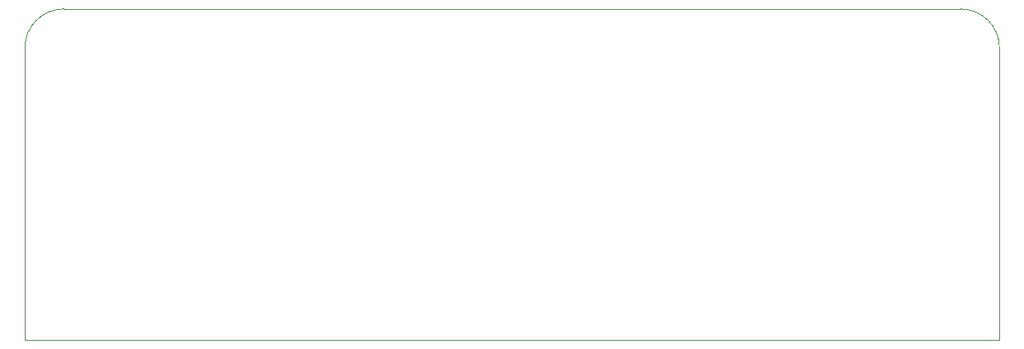
<source format=gm1>
G04 #@! TF.GenerationSoftware,KiCad,Pcbnew,(5.1.5)-3*
G04 #@! TF.CreationDate,2020-01-24T21:34:17-05:00*
G04 #@! TF.ProjectId,SmallyMouse2,536d616c-6c79-44d6-9f75-7365322e6b69,2.0*
G04 #@! TF.SameCoordinates,Original*
G04 #@! TF.FileFunction,Profile,NP*
%FSLAX46Y46*%
G04 Gerber Fmt 4.6, Leading zero omitted, Abs format (unit mm)*
G04 Created by KiCad (PCBNEW (5.1.5)-3) date 2020-01-24 21:34:17*
%MOMM*%
%LPD*%
G04 APERTURE LIST*
%ADD10C,0.100000*%
G04 APERTURE END LIST*
D10*
X186000000Y-26000000D02*
X94000000Y-26000000D01*
X190000000Y-60000000D02*
X190000000Y-30000000D01*
X90000000Y-60000000D02*
X190000000Y-60000000D01*
X90000000Y-30000000D02*
X90000000Y-60000000D01*
X90000000Y-30000000D02*
G75*
G02X94000000Y-26000000I4000000J0D01*
G01*
X186000000Y-26000000D02*
G75*
G02X190000000Y-30000000I0J-4000000D01*
G01*
M02*

</source>
